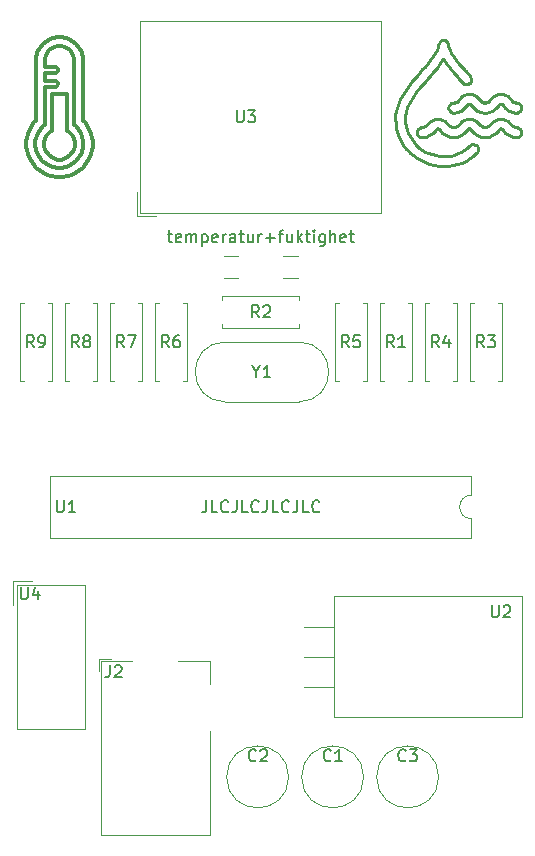
<source format=gto>
G04 #@! TF.GenerationSoftware,KiCad,Pcbnew,(5.1.5)-3*
G04 #@! TF.CreationDate,2020-01-03T21:25:54+01:00*
G04 #@! TF.ProjectId,DHT_Disp_1,4448545f-4469-4737-905f-312e6b696361,rev?*
G04 #@! TF.SameCoordinates,Original*
G04 #@! TF.FileFunction,Legend,Top*
G04 #@! TF.FilePolarity,Positive*
%FSLAX46Y46*%
G04 Gerber Fmt 4.6, Leading zero omitted, Abs format (unit mm)*
G04 Created by KiCad (PCBNEW (5.1.5)-3) date 2020-01-03 21:25:54*
%MOMM*%
%LPD*%
G04 APERTURE LIST*
%ADD10C,0.150000*%
%ADD11C,0.225000*%
%ADD12C,0.312500*%
%ADD13C,0.120000*%
G04 APERTURE END LIST*
D10*
X132540952Y-109942380D02*
X132540952Y-110656666D01*
X132493333Y-110799523D01*
X132398095Y-110894761D01*
X132255238Y-110942380D01*
X132160000Y-110942380D01*
X133493333Y-110942380D02*
X133017142Y-110942380D01*
X133017142Y-109942380D01*
X134398095Y-110847142D02*
X134350476Y-110894761D01*
X134207619Y-110942380D01*
X134112380Y-110942380D01*
X133969523Y-110894761D01*
X133874285Y-110799523D01*
X133826666Y-110704285D01*
X133779047Y-110513809D01*
X133779047Y-110370952D01*
X133826666Y-110180476D01*
X133874285Y-110085238D01*
X133969523Y-109990000D01*
X134112380Y-109942380D01*
X134207619Y-109942380D01*
X134350476Y-109990000D01*
X134398095Y-110037619D01*
X135112380Y-109942380D02*
X135112380Y-110656666D01*
X135064761Y-110799523D01*
X134969523Y-110894761D01*
X134826666Y-110942380D01*
X134731428Y-110942380D01*
X136064761Y-110942380D02*
X135588571Y-110942380D01*
X135588571Y-109942380D01*
X136969523Y-110847142D02*
X136921904Y-110894761D01*
X136779047Y-110942380D01*
X136683809Y-110942380D01*
X136540952Y-110894761D01*
X136445714Y-110799523D01*
X136398095Y-110704285D01*
X136350476Y-110513809D01*
X136350476Y-110370952D01*
X136398095Y-110180476D01*
X136445714Y-110085238D01*
X136540952Y-109990000D01*
X136683809Y-109942380D01*
X136779047Y-109942380D01*
X136921904Y-109990000D01*
X136969523Y-110037619D01*
X137683809Y-109942380D02*
X137683809Y-110656666D01*
X137636190Y-110799523D01*
X137540952Y-110894761D01*
X137398095Y-110942380D01*
X137302857Y-110942380D01*
X138636190Y-110942380D02*
X138160000Y-110942380D01*
X138160000Y-109942380D01*
X139540952Y-110847142D02*
X139493333Y-110894761D01*
X139350476Y-110942380D01*
X139255238Y-110942380D01*
X139112380Y-110894761D01*
X139017142Y-110799523D01*
X138969523Y-110704285D01*
X138921904Y-110513809D01*
X138921904Y-110370952D01*
X138969523Y-110180476D01*
X139017142Y-110085238D01*
X139112380Y-109990000D01*
X139255238Y-109942380D01*
X139350476Y-109942380D01*
X139493333Y-109990000D01*
X139540952Y-110037619D01*
X140255238Y-109942380D02*
X140255238Y-110656666D01*
X140207619Y-110799523D01*
X140112380Y-110894761D01*
X139969523Y-110942380D01*
X139874285Y-110942380D01*
X141207619Y-110942380D02*
X140731428Y-110942380D01*
X140731428Y-109942380D01*
X142112380Y-110847142D02*
X142064761Y-110894761D01*
X141921904Y-110942380D01*
X141826666Y-110942380D01*
X141683809Y-110894761D01*
X141588571Y-110799523D01*
X141540952Y-110704285D01*
X141493333Y-110513809D01*
X141493333Y-110370952D01*
X141540952Y-110180476D01*
X141588571Y-110085238D01*
X141683809Y-109990000D01*
X141826666Y-109942380D01*
X141921904Y-109942380D01*
X142064761Y-109990000D01*
X142112380Y-110037619D01*
X129279047Y-87415714D02*
X129660000Y-87415714D01*
X129421904Y-87082380D02*
X129421904Y-87939523D01*
X129469523Y-88034761D01*
X129564761Y-88082380D01*
X129660000Y-88082380D01*
X130374285Y-88034761D02*
X130279047Y-88082380D01*
X130088571Y-88082380D01*
X129993333Y-88034761D01*
X129945714Y-87939523D01*
X129945714Y-87558571D01*
X129993333Y-87463333D01*
X130088571Y-87415714D01*
X130279047Y-87415714D01*
X130374285Y-87463333D01*
X130421904Y-87558571D01*
X130421904Y-87653809D01*
X129945714Y-87749047D01*
X130850476Y-88082380D02*
X130850476Y-87415714D01*
X130850476Y-87510952D02*
X130898095Y-87463333D01*
X130993333Y-87415714D01*
X131136190Y-87415714D01*
X131231428Y-87463333D01*
X131279047Y-87558571D01*
X131279047Y-88082380D01*
X131279047Y-87558571D02*
X131326666Y-87463333D01*
X131421904Y-87415714D01*
X131564761Y-87415714D01*
X131660000Y-87463333D01*
X131707619Y-87558571D01*
X131707619Y-88082380D01*
X132183809Y-87415714D02*
X132183809Y-88415714D01*
X132183809Y-87463333D02*
X132279047Y-87415714D01*
X132469523Y-87415714D01*
X132564761Y-87463333D01*
X132612380Y-87510952D01*
X132660000Y-87606190D01*
X132660000Y-87891904D01*
X132612380Y-87987142D01*
X132564761Y-88034761D01*
X132469523Y-88082380D01*
X132279047Y-88082380D01*
X132183809Y-88034761D01*
X133469523Y-88034761D02*
X133374285Y-88082380D01*
X133183809Y-88082380D01*
X133088571Y-88034761D01*
X133040952Y-87939523D01*
X133040952Y-87558571D01*
X133088571Y-87463333D01*
X133183809Y-87415714D01*
X133374285Y-87415714D01*
X133469523Y-87463333D01*
X133517142Y-87558571D01*
X133517142Y-87653809D01*
X133040952Y-87749047D01*
X133945714Y-88082380D02*
X133945714Y-87415714D01*
X133945714Y-87606190D02*
X133993333Y-87510952D01*
X134040952Y-87463333D01*
X134136190Y-87415714D01*
X134231428Y-87415714D01*
X134993333Y-88082380D02*
X134993333Y-87558571D01*
X134945714Y-87463333D01*
X134850476Y-87415714D01*
X134660000Y-87415714D01*
X134564761Y-87463333D01*
X134993333Y-88034761D02*
X134898095Y-88082380D01*
X134660000Y-88082380D01*
X134564761Y-88034761D01*
X134517142Y-87939523D01*
X134517142Y-87844285D01*
X134564761Y-87749047D01*
X134660000Y-87701428D01*
X134898095Y-87701428D01*
X134993333Y-87653809D01*
X135326666Y-87415714D02*
X135707619Y-87415714D01*
X135469523Y-87082380D02*
X135469523Y-87939523D01*
X135517142Y-88034761D01*
X135612380Y-88082380D01*
X135707619Y-88082380D01*
X136469523Y-87415714D02*
X136469523Y-88082380D01*
X136040952Y-87415714D02*
X136040952Y-87939523D01*
X136088571Y-88034761D01*
X136183809Y-88082380D01*
X136326666Y-88082380D01*
X136421904Y-88034761D01*
X136469523Y-87987142D01*
X136945714Y-88082380D02*
X136945714Y-87415714D01*
X136945714Y-87606190D02*
X136993333Y-87510952D01*
X137040952Y-87463333D01*
X137136190Y-87415714D01*
X137231428Y-87415714D01*
X137564761Y-87701428D02*
X138326666Y-87701428D01*
X137945714Y-88082380D02*
X137945714Y-87320476D01*
X138660000Y-87415714D02*
X139040952Y-87415714D01*
X138802857Y-88082380D02*
X138802857Y-87225238D01*
X138850476Y-87130000D01*
X138945714Y-87082380D01*
X139040952Y-87082380D01*
X139802857Y-87415714D02*
X139802857Y-88082380D01*
X139374285Y-87415714D02*
X139374285Y-87939523D01*
X139421904Y-88034761D01*
X139517142Y-88082380D01*
X139660000Y-88082380D01*
X139755238Y-88034761D01*
X139802857Y-87987142D01*
X140279047Y-88082380D02*
X140279047Y-87082380D01*
X140374285Y-87701428D02*
X140660000Y-88082380D01*
X140660000Y-87415714D02*
X140279047Y-87796666D01*
X140945714Y-87415714D02*
X141326666Y-87415714D01*
X141088571Y-87082380D02*
X141088571Y-87939523D01*
X141136190Y-88034761D01*
X141231428Y-88082380D01*
X141326666Y-88082380D01*
X141660000Y-88082380D02*
X141660000Y-87415714D01*
X141660000Y-87082380D02*
X141612380Y-87130000D01*
X141660000Y-87177619D01*
X141707619Y-87130000D01*
X141660000Y-87082380D01*
X141660000Y-87177619D01*
X142564761Y-87415714D02*
X142564761Y-88225238D01*
X142517142Y-88320476D01*
X142469523Y-88368095D01*
X142374285Y-88415714D01*
X142231428Y-88415714D01*
X142136190Y-88368095D01*
X142564761Y-88034761D02*
X142469523Y-88082380D01*
X142279047Y-88082380D01*
X142183809Y-88034761D01*
X142136190Y-87987142D01*
X142088571Y-87891904D01*
X142088571Y-87606190D01*
X142136190Y-87510952D01*
X142183809Y-87463333D01*
X142279047Y-87415714D01*
X142469523Y-87415714D01*
X142564761Y-87463333D01*
X143040952Y-88082380D02*
X143040952Y-87082380D01*
X143469523Y-88082380D02*
X143469523Y-87558571D01*
X143421904Y-87463333D01*
X143326666Y-87415714D01*
X143183809Y-87415714D01*
X143088571Y-87463333D01*
X143040952Y-87510952D01*
X144326666Y-88034761D02*
X144231428Y-88082380D01*
X144040952Y-88082380D01*
X143945714Y-88034761D01*
X143898095Y-87939523D01*
X143898095Y-87558571D01*
X143945714Y-87463333D01*
X144040952Y-87415714D01*
X144231428Y-87415714D01*
X144326666Y-87463333D01*
X144374285Y-87558571D01*
X144374285Y-87653809D01*
X143898095Y-87749047D01*
X144660000Y-87415714D02*
X145040952Y-87415714D01*
X144802857Y-87082380D02*
X144802857Y-87939523D01*
X144850476Y-88034761D01*
X144945714Y-88082380D01*
X145040952Y-88082380D01*
D11*
X154063438Y-75862610D02*
X154063438Y-75862610D01*
X154745728Y-75526115D02*
X154587133Y-75548570D01*
X154389778Y-75614165D02*
X154213018Y-75719795D01*
X154851448Y-75526115D02*
X154798633Y-75526115D01*
X154096318Y-75823145D02*
X154063438Y-75862610D01*
X154213018Y-75719795D02*
X154096318Y-75823145D01*
X154587133Y-75548570D02*
X154389778Y-75614165D01*
X154798633Y-75526115D02*
X154745728Y-75526115D01*
X153782998Y-77064530D02*
X154095913Y-76930400D01*
X154707898Y-76390940D02*
X154743042Y-76369295D01*
X154703008Y-76396790D02*
X154707898Y-76390940D01*
X154889293Y-76391030D02*
X154894257Y-76396880D01*
X153170608Y-76398080D02*
X153081343Y-76530500D01*
X153899938Y-76038065D02*
X153742228Y-76167875D01*
X154963258Y-76479485D02*
X155194288Y-76707665D01*
X158960818Y-78392150D02*
X158839153Y-78359436D01*
X159215293Y-78735500D02*
X159182503Y-78613835D01*
X154798633Y-76359440D02*
X154812463Y-76359440D01*
X154784713Y-76359440D02*
X154798633Y-76359440D01*
X154095913Y-76930400D02*
X154402873Y-76707590D01*
X153465298Y-77109440D02*
X153544738Y-77109440D01*
X153170608Y-76987385D02*
X153303028Y-77076650D01*
X159093238Y-78481415D02*
X158960818Y-78392150D01*
X153048628Y-76692770D02*
X153048628Y-76733300D01*
X153048628Y-76652165D02*
X153048628Y-76692770D01*
X154025023Y-75908510D02*
X153899938Y-76038065D01*
X159093238Y-79070705D02*
X159182503Y-78938300D01*
X159182503Y-78613835D02*
X159093238Y-78481415D01*
X156449668Y-77064530D02*
X156762583Y-76930400D01*
X156211393Y-77109440D02*
X156449668Y-77064530D01*
X156131968Y-77109440D02*
X156211393Y-77109440D01*
X155814162Y-77064530D02*
X156052468Y-77109440D01*
X154633918Y-76479485D02*
X154703008Y-76396790D01*
X153081343Y-76854965D02*
X153170608Y-76987385D01*
X153424693Y-76276115D02*
X153303028Y-76308815D01*
X155501278Y-76930400D02*
X155814162Y-77064530D01*
X154063438Y-75862610D02*
X154025023Y-75908510D01*
X154894257Y-76396880D02*
X154963258Y-76479485D01*
X154812463Y-76359440D02*
X154854133Y-76369385D01*
X153424693Y-77109440D02*
X153465298Y-77109440D01*
X153048628Y-76733300D02*
X153081343Y-76854965D01*
X154743042Y-76369295D02*
X154784713Y-76359440D01*
X154402873Y-76707590D02*
X154633918Y-76479485D01*
X153544738Y-77109440D02*
X153782998Y-77064530D01*
X153303028Y-77076650D02*
X153424693Y-77109440D01*
X159215293Y-78816635D02*
X159215293Y-78776105D01*
X153081343Y-76530500D02*
X153048628Y-76652165D01*
X153742228Y-76167875D02*
X153595588Y-76248440D01*
X153303028Y-76308815D02*
X153170608Y-76398080D01*
X153465298Y-76276115D02*
X153424693Y-76276115D01*
X153497863Y-76276115D02*
X153465298Y-76276115D01*
X158839153Y-78359436D02*
X158798623Y-78359436D01*
X159215293Y-78776105D02*
X159215293Y-78735500D01*
X159182503Y-78938300D02*
X159215293Y-78816635D01*
X158798623Y-78359436D02*
X158798623Y-78359436D01*
X153595588Y-76248440D02*
X153497863Y-76276115D01*
X156052468Y-77109440D02*
X156131968Y-77109440D01*
X158960818Y-79159985D02*
X159093238Y-79070705D01*
X155194288Y-76707665D02*
X155501278Y-76930400D01*
X154854133Y-76369385D02*
X154889293Y-76391030D01*
X154963258Y-78562820D02*
X155194288Y-78791000D01*
X157629913Y-78562820D02*
X157860958Y-78791000D01*
X152118043Y-78442775D02*
X152131963Y-78442775D01*
X155814162Y-79147865D02*
X156052468Y-79192775D01*
X157374568Y-78474275D02*
X157409713Y-78452630D01*
X157300588Y-78562820D02*
X157369663Y-78480125D01*
X156449668Y-79147865D02*
X156762583Y-79013735D01*
X155194288Y-78791000D02*
X155501278Y-79013735D01*
X152036338Y-78480125D02*
X152041227Y-78474275D01*
X154743042Y-78452630D02*
X154784713Y-78442775D01*
X153385798Y-79192775D02*
X153465298Y-79192775D01*
X153147508Y-79147865D02*
X153385798Y-79192775D01*
X154894257Y-78480215D02*
X154963258Y-78562820D01*
X154633918Y-78562820D02*
X154703008Y-78480125D01*
X152145793Y-78442775D02*
X152187463Y-78452720D01*
X151429258Y-79013735D02*
X151736218Y-78790925D01*
X157451383Y-78442775D02*
X157465288Y-78442775D01*
X157560913Y-78480215D02*
X157629913Y-78562820D01*
X150636358Y-79159985D02*
X150758023Y-79192775D01*
X152296588Y-78562820D02*
X152527633Y-78791000D01*
X155501278Y-79013735D02*
X155814162Y-79147865D01*
X153544738Y-79192775D02*
X153782998Y-79147865D01*
X158839153Y-79192775D02*
X158960818Y-79159985D01*
X158798623Y-79192775D02*
X158839153Y-79192775D01*
X158719123Y-79192775D02*
X158798623Y-79192775D01*
X151736218Y-78790925D02*
X151967248Y-78562820D01*
X152041227Y-78474275D02*
X152076373Y-78452630D01*
X151116343Y-79147865D02*
X151429258Y-79013735D01*
X158480833Y-79147865D02*
X158719123Y-79192775D01*
X154707898Y-78474275D02*
X154743042Y-78452630D01*
X157860958Y-78791000D02*
X158167933Y-79013735D01*
X154703008Y-78480125D02*
X154707898Y-78474275D01*
X152222622Y-78474365D02*
X152227588Y-78480215D01*
X150798628Y-79192775D02*
X150878068Y-79192775D01*
X157555963Y-78474365D02*
X157560913Y-78480215D01*
X152187463Y-78452720D02*
X152222622Y-78474365D01*
X157520788Y-78452720D02*
X157555963Y-78474365D01*
X157465288Y-78442775D02*
X157479133Y-78442775D01*
X156131968Y-79192775D02*
X156211393Y-79192775D01*
X152131963Y-78442775D02*
X152145793Y-78442775D01*
X157369663Y-78480125D02*
X157374568Y-78474275D01*
X156762583Y-79013735D02*
X157069543Y-78790925D01*
X156211393Y-79192775D02*
X156449668Y-79147865D01*
X154812463Y-78442775D02*
X154854133Y-78452720D01*
X151967248Y-78562820D02*
X152036338Y-78480125D01*
X156052468Y-79192775D02*
X156131968Y-79192775D01*
X154854133Y-78452720D02*
X154889293Y-78474365D01*
X152227588Y-78480215D02*
X152296588Y-78562820D01*
X154784713Y-78442775D02*
X154798633Y-78442775D01*
X150758023Y-79192775D02*
X150798628Y-79192775D01*
X157069543Y-78790925D02*
X157300588Y-78562820D01*
X154889293Y-78474365D02*
X154894257Y-78480215D01*
X154402873Y-78790925D02*
X154633918Y-78562820D01*
X154798633Y-78442775D02*
X154812463Y-78442775D01*
X154095913Y-79013735D02*
X154402873Y-78790925D01*
X152076373Y-78452630D02*
X152118043Y-78442775D01*
X157479133Y-78442775D02*
X157520788Y-78452720D01*
X153782998Y-79147865D02*
X154095913Y-79013735D01*
X157409713Y-78452630D02*
X157451383Y-78442775D01*
X152527633Y-78791000D02*
X152834608Y-79013735D01*
X152834608Y-79013735D02*
X153147508Y-79147865D01*
X153465298Y-79192775D02*
X153544738Y-79192775D01*
X150878068Y-79192775D02*
X151116343Y-79147865D01*
X158167933Y-79013735D02*
X158480833Y-79147865D01*
X151233268Y-78121401D02*
X151075573Y-78251210D01*
X154798633Y-77609436D02*
X154745728Y-77609436D01*
X155207398Y-77697501D02*
X155010043Y-77631906D01*
X156566608Y-78121401D02*
X156408897Y-78251210D01*
X156164518Y-78359436D02*
X156131968Y-78359436D01*
X152540728Y-77697501D02*
X152343373Y-77631906D01*
X153334918Y-78331776D02*
X153188278Y-78251210D01*
X150503953Y-79070705D02*
X150636358Y-79159985D01*
X150414673Y-78938300D02*
X150503953Y-79070705D01*
X150381958Y-78735500D02*
X150381958Y-78776105D01*
X150414673Y-78613835D02*
X150381958Y-78735500D01*
X150503953Y-78481415D02*
X150414673Y-78613835D01*
X150636358Y-78392150D02*
X150503953Y-78481415D01*
X151075573Y-78251210D02*
X150928918Y-78331776D01*
X151396768Y-77945945D02*
X151358353Y-77991830D01*
X151723108Y-77697501D02*
X151546363Y-77803130D01*
X152131963Y-77609436D02*
X152079057Y-77609436D01*
X152184778Y-77609436D02*
X152131963Y-77609436D01*
X155533813Y-77945945D02*
X155500858Y-77906480D01*
X154096318Y-77906480D02*
X154063438Y-77945945D01*
X155384143Y-77803130D02*
X155207398Y-77697501D01*
X155697238Y-78121401D02*
X155572152Y-77991830D01*
X156691693Y-77991830D02*
X156566608Y-78121401D01*
X153432673Y-78359436D02*
X153334918Y-78331776D01*
X150831193Y-78359436D02*
X150798628Y-78359436D01*
X150928918Y-78331776D02*
X150831193Y-78359436D01*
X154025023Y-77991830D02*
X153899938Y-78121401D01*
X154851448Y-77609436D02*
X154798633Y-77609436D01*
X156262258Y-78331776D02*
X156164518Y-78359436D01*
X153899938Y-78121401D02*
X153742228Y-78251210D01*
X151920463Y-77631906D02*
X151723108Y-77697501D01*
X152834188Y-77906480D02*
X152717488Y-77803130D01*
X155500858Y-77906480D02*
X155384143Y-77803130D01*
X156730108Y-77945945D02*
X156691693Y-77991830D01*
X151429648Y-77906480D02*
X151396768Y-77945945D01*
X153465298Y-78359436D02*
X153432673Y-78359436D01*
X152079057Y-77609436D02*
X151920463Y-77631906D01*
X153497863Y-78359436D02*
X153465298Y-78359436D01*
X152343373Y-77631906D02*
X152184778Y-77609436D01*
X153188278Y-78251210D02*
X153030568Y-78121401D01*
X153595588Y-78331776D02*
X153497863Y-78359436D01*
X154745728Y-77609436D02*
X154587133Y-77631906D01*
X155010043Y-77631906D02*
X154851448Y-77609436D01*
X156131968Y-78359436D02*
X156099343Y-78359436D01*
X156408897Y-78251210D02*
X156262258Y-78331776D01*
X154063438Y-77945945D02*
X154025023Y-77991830D01*
X154213018Y-77803130D02*
X154096318Y-77906480D01*
X154389778Y-77697501D02*
X154213018Y-77803130D01*
X155572152Y-77991830D02*
X155533813Y-77945945D01*
X155854947Y-78251210D02*
X155697238Y-78121401D01*
X156001588Y-78331776D02*
X155854947Y-78251210D01*
X153742228Y-78251210D02*
X153595588Y-78331776D01*
X152867143Y-77945945D02*
X152834188Y-77906480D01*
X150381958Y-78816635D02*
X150414673Y-78938300D01*
X151358353Y-77991830D02*
X151233268Y-78121401D01*
X151546363Y-77803130D02*
X151429648Y-77906480D01*
X152905483Y-77991830D02*
X152867143Y-77945945D01*
X152717488Y-77803130D02*
X152540728Y-77697501D01*
X153030568Y-78121401D02*
X152905483Y-77991830D01*
X154587133Y-77631906D02*
X154389778Y-77697501D01*
X156099343Y-78359436D02*
X156001588Y-78331776D01*
X150381958Y-78776105D02*
X150381958Y-78816635D01*
X150758023Y-78359436D02*
X150636358Y-78392150D01*
X150798628Y-78359436D02*
X150758023Y-78359436D01*
X151355353Y-80544338D02*
X151651903Y-80652410D01*
X158363893Y-78121401D02*
X158238823Y-77991830D01*
X158521603Y-78251210D02*
X158363893Y-78121401D01*
X152281378Y-80780339D02*
X152528698Y-80796941D01*
X158765998Y-78359436D02*
X158668258Y-78331776D01*
X154389043Y-80281399D02*
X154638958Y-80100815D01*
X152931913Y-80781967D02*
X153245248Y-80737780D01*
X153842488Y-80564113D02*
X154123003Y-80436022D01*
X151651903Y-80652410D02*
X151961143Y-80731594D01*
X149772262Y-79116605D02*
X149934125Y-79381085D01*
X149429651Y-77060615D02*
X149381962Y-77372885D01*
X149563438Y-76635320D02*
X149429651Y-77060615D01*
X158798623Y-78359436D02*
X158765998Y-78359436D01*
X149447635Y-78234366D02*
X149527307Y-78541565D01*
X151390918Y-74076005D02*
X151301488Y-74178605D01*
X151073128Y-80409083D02*
X151355353Y-80544338D01*
X154815718Y-79949285D02*
X154871067Y-79895165D01*
X155431918Y-79872215D02*
X155460343Y-79901195D01*
X155323378Y-79808180D02*
X155431918Y-79872215D01*
X150341428Y-75338136D02*
X150033247Y-75770900D01*
X151961143Y-80731594D02*
X152281378Y-80780339D01*
X149381962Y-77476970D02*
X149381962Y-77588615D01*
X158200483Y-77945945D02*
X158167528Y-77906480D01*
X156762988Y-77906480D02*
X156730108Y-77945945D01*
X157518103Y-77609436D02*
X157465288Y-77609436D01*
X156879687Y-77803130D02*
X156762988Y-77906480D01*
X157056448Y-77697501D02*
X156879687Y-77803130D01*
X157253788Y-77631906D02*
X157056448Y-77697501D01*
X157412398Y-77609436D02*
X157253788Y-77631906D01*
X149636111Y-78836165D02*
X149772262Y-79116605D01*
X157465288Y-77609436D02*
X157412398Y-77609436D01*
X149527307Y-78541565D02*
X149636111Y-78836165D01*
X151034233Y-74487456D02*
X150679738Y-74909165D01*
X157874068Y-77697501D02*
X157676713Y-77631906D01*
X158050813Y-77803130D02*
X157874068Y-77697501D01*
X151301488Y-74178605D02*
X151034233Y-74487456D01*
X158167528Y-77906480D02*
X158050813Y-77803130D01*
X158668258Y-78331776D02*
X158521603Y-78251210D01*
X152611123Y-80796941D02*
X152691298Y-80796941D01*
X155460343Y-79901195D02*
X155460343Y-79901195D01*
X155166883Y-79776110D02*
X155323378Y-79808180D01*
X155009818Y-79805000D02*
X155166883Y-79776110D01*
X154871067Y-79895165D02*
X154899943Y-79866770D01*
X150328813Y-79856105D02*
X150558223Y-80063375D01*
X153245248Y-80737780D02*
X153549358Y-80664945D01*
X152528698Y-80796941D02*
X152611123Y-80796941D01*
X152691298Y-80796941D02*
X152931913Y-80781967D01*
X150679738Y-74909165D02*
X150341428Y-75338136D01*
X150558223Y-80063375D02*
X150806863Y-80248196D01*
X149934125Y-79381085D02*
X150120237Y-79628165D01*
X153549358Y-80664945D02*
X153842488Y-80564113D01*
X150806863Y-80248196D02*
X151073128Y-80409083D01*
X149398645Y-77916170D02*
X149447635Y-78234366D01*
X154123003Y-80436022D02*
X154389043Y-80281399D01*
X150120237Y-79628165D02*
X150328813Y-79856105D01*
X149381962Y-77670485D02*
X149398645Y-77916170D01*
X154899943Y-79866770D02*
X155009818Y-79805000D01*
X149381962Y-77588615D02*
X149381962Y-77670485D01*
X154638958Y-80100815D02*
X154815718Y-79949285D01*
X150033247Y-75770900D02*
X149769248Y-76204340D01*
X149769248Y-76204340D02*
X149563438Y-76635320D01*
X158238823Y-77991830D02*
X158200483Y-77945945D01*
X149381962Y-77372885D02*
X149381962Y-77476970D01*
X157676713Y-77631906D02*
X157518103Y-77609436D01*
X151283338Y-72923090D02*
X151525018Y-72627020D01*
X152161753Y-71584460D02*
X152194467Y-71431295D01*
X154934863Y-74481665D02*
X154864213Y-74585915D01*
X152069713Y-71815415D02*
X152161753Y-71584460D01*
X154272253Y-74599760D02*
X154245808Y-74569070D01*
X153060838Y-71595605D02*
X153154258Y-71835365D01*
X152651653Y-70963610D02*
X152773318Y-70996310D01*
X151477588Y-73976465D02*
X151390918Y-74076005D01*
X152544643Y-72649880D02*
X152352582Y-72918860D01*
X152860573Y-72930905D02*
X152664027Y-72653060D01*
X153886273Y-74157216D02*
X153854128Y-74120675D01*
X154213258Y-74531315D02*
X153886273Y-74157216D01*
X154689343Y-74693585D02*
X154530733Y-74712470D01*
X154802773Y-74638895D02*
X154689343Y-74693585D01*
X154903273Y-74055485D02*
X154957963Y-74168915D01*
X154512418Y-73607316D02*
X154843633Y-73986320D01*
X154212523Y-73265210D02*
X154412968Y-73494215D01*
X151525018Y-72627020D02*
X151742487Y-72340880D01*
X150828643Y-73452770D02*
X151026253Y-73225010D01*
X150369508Y-73982316D02*
X150664018Y-73641665D01*
X153486133Y-72372635D02*
X153706753Y-72662420D01*
X152060503Y-73291730D02*
X151736773Y-73676990D01*
X153299038Y-72095615D02*
X153486133Y-72372635D01*
X152611123Y-70963610D02*
X152651653Y-70963610D01*
X152352582Y-72918860D02*
X152060503Y-73291730D01*
X152664027Y-72653060D02*
X152603878Y-72557195D01*
X153161248Y-73314845D02*
X152860573Y-72930905D01*
X152194467Y-71380280D02*
X152194467Y-71339675D01*
X154976863Y-74327540D02*
X154934863Y-74481665D01*
X152194467Y-71339675D02*
X152227168Y-71218010D01*
X153951853Y-72961250D02*
X154212523Y-73265210D01*
X151926958Y-72068915D02*
X152069713Y-71815415D01*
X153027793Y-71380280D02*
X153027793Y-71434070D01*
X153764218Y-74018375D02*
X153495733Y-73710755D01*
X154530733Y-74712470D02*
X154376503Y-74670486D01*
X152570518Y-70963610D02*
X152611123Y-70963610D01*
X154479943Y-73570460D02*
X154512418Y-73607316D01*
X152448853Y-70996310D02*
X152570518Y-70963610D01*
X153706753Y-72662420D02*
X153951853Y-72961250D01*
X150762643Y-73528550D02*
X150828643Y-73452770D01*
X152603878Y-72557195D02*
X152544643Y-72649880D01*
X153854128Y-74120675D02*
X153764218Y-74018375D01*
X154245808Y-74569070D02*
X154213258Y-74531315D01*
X154833538Y-74612465D02*
X154802773Y-74638895D01*
X154957963Y-74168915D02*
X154976863Y-74327540D01*
X152194467Y-71431295D02*
X152194467Y-71380280D01*
X151742487Y-72340880D02*
X151926958Y-72068915D01*
X154843633Y-73986320D02*
X154876843Y-74024795D01*
X152773318Y-70996310D02*
X152905738Y-71085590D01*
X153154258Y-71835365D02*
X153299038Y-72095615D01*
X152316433Y-71085590D02*
X152448853Y-70996310D01*
X152227168Y-71218010D02*
X152316433Y-71085590D01*
X153027793Y-71339675D02*
X153027793Y-71380280D01*
X154412968Y-73494215D02*
X154479943Y-73570460D01*
X153027793Y-71434070D02*
X153060838Y-71595605D01*
X150664018Y-73641665D02*
X150762643Y-73528550D01*
X152995003Y-71218010D02*
X153027793Y-71339675D01*
X152905738Y-71085590D02*
X152995003Y-71218010D01*
X151026253Y-73225010D02*
X151283338Y-72923090D01*
X151736773Y-73676990D02*
X151477588Y-73976465D01*
X153495733Y-73710755D02*
X153161248Y-73314845D01*
X154376503Y-74670486D02*
X154272253Y-74599760D01*
X154864213Y-74585915D02*
X154833538Y-74612465D01*
X154876843Y-74024795D02*
X154903273Y-74055485D01*
X158765998Y-76276115D02*
X158668258Y-76248440D01*
X156131968Y-76276115D02*
X156099343Y-76276115D01*
X157374568Y-76390940D02*
X157409713Y-76369295D01*
X158363893Y-76038065D02*
X158238823Y-75908510D01*
X157412398Y-75526115D02*
X157253788Y-75548570D01*
X157518103Y-75526115D02*
X157465288Y-75526115D01*
X158050813Y-75719795D02*
X157874068Y-75614165D01*
X158668258Y-76248440D02*
X158521603Y-76167875D01*
X157069543Y-76707590D02*
X157300588Y-76479485D01*
X159215293Y-76692770D02*
X159215293Y-76652165D01*
X158167933Y-76930400D02*
X158480833Y-77064530D01*
X157860958Y-76707665D02*
X158167933Y-76930400D01*
X156164518Y-76276115D02*
X156131968Y-76276115D01*
X159093238Y-76987385D02*
X159182503Y-76854965D01*
X157451383Y-76359440D02*
X157465288Y-76359440D01*
X158798623Y-76276115D02*
X158765998Y-76276115D01*
X157056448Y-75614165D02*
X156879687Y-75719795D01*
X156408897Y-76167875D02*
X156262258Y-76248440D01*
X156566608Y-76038065D02*
X156408897Y-76167875D01*
X157555963Y-76391030D02*
X157560913Y-76396880D01*
X158521603Y-76167875D02*
X158363893Y-76038065D01*
X158719123Y-77109440D02*
X158798623Y-77109440D01*
X155572152Y-75908510D02*
X155533813Y-75862610D01*
X155010043Y-75548570D02*
X154851448Y-75526115D01*
X155207398Y-75614165D02*
X155010043Y-75548570D01*
X155384143Y-75719795D02*
X155207398Y-75614165D01*
X157300588Y-76479485D02*
X157369663Y-76396790D01*
X155500858Y-75823145D02*
X155384143Y-75719795D01*
X155533813Y-75862610D02*
X155500858Y-75823145D01*
X159215293Y-76733300D02*
X159215293Y-76692770D01*
X155697238Y-76038065D02*
X155572152Y-75908510D01*
X159182503Y-76854965D02*
X159215293Y-76733300D01*
X157479133Y-76359440D02*
X157520788Y-76369385D01*
X156099343Y-76276115D02*
X156001588Y-76248440D01*
X156262258Y-76248440D02*
X156164518Y-76276115D01*
X157465288Y-76359440D02*
X157479133Y-76359440D01*
X156691693Y-75908510D02*
X156566608Y-76038065D01*
X156730108Y-75862610D02*
X156691693Y-75908510D01*
X158200483Y-75862610D02*
X158167528Y-75823145D01*
X157409713Y-76369295D02*
X157451383Y-76359440D01*
X156879687Y-75719795D02*
X156762988Y-75823145D01*
X157465288Y-75526115D02*
X157412398Y-75526115D01*
X157874068Y-75614165D02*
X157676713Y-75548570D01*
X159093238Y-76398080D02*
X158960818Y-76308815D01*
X156762583Y-76930400D02*
X157069543Y-76707590D01*
X158238823Y-75908510D02*
X158200483Y-75862610D01*
X158167528Y-75823145D02*
X158050813Y-75719795D01*
X157520788Y-76369385D02*
X157555963Y-76391030D01*
X158960818Y-76308815D02*
X158839153Y-76276115D01*
X159215293Y-76652165D02*
X159182503Y-76530500D01*
X157676713Y-75548570D02*
X157518103Y-75526115D01*
X158839153Y-76276115D02*
X158798623Y-76276115D01*
X158960818Y-77076650D02*
X159093238Y-76987385D01*
X159182503Y-76530500D02*
X159093238Y-76398080D01*
X158839153Y-77109440D02*
X158960818Y-77076650D01*
X157369663Y-76396790D02*
X157374568Y-76390940D01*
X156762988Y-75823145D02*
X156730108Y-75862610D01*
X158798623Y-77109440D02*
X158839153Y-77109440D01*
X157253788Y-75548570D02*
X157056448Y-75614165D01*
X157560913Y-76396880D02*
X157629913Y-76479485D01*
X157629913Y-76479485D02*
X157860958Y-76707665D01*
X155854947Y-76167875D02*
X155697238Y-76038065D01*
X158480833Y-77064530D02*
X158719123Y-77109440D01*
X156001588Y-76248440D02*
X155854947Y-76167875D01*
X149266481Y-75421460D02*
X149606000Y-74930000D01*
X148748579Y-76433585D02*
X148975467Y-75923000D01*
X152611123Y-81630275D02*
X152510128Y-81630275D01*
X151812073Y-81552964D02*
X151427383Y-81457750D01*
X148626671Y-78386300D02*
X148568240Y-77991695D01*
X154845913Y-80978500D02*
X154510633Y-81174059D01*
X155454313Y-80490383D02*
X155384398Y-80558824D01*
X155460343Y-79901195D02*
X155488648Y-79930086D01*
X148975467Y-75923000D02*
X149266481Y-75421460D01*
X148601118Y-76951955D02*
X148748579Y-76433585D01*
X148722944Y-78770165D02*
X148626671Y-78386300D01*
X150038374Y-80720687D02*
X149810915Y-80522609D01*
X155161168Y-80750392D02*
X154845913Y-80978500D01*
X153406858Y-81555487D02*
X153013543Y-81611395D01*
X152711712Y-81630275D02*
X152611123Y-81630275D01*
X155384398Y-80558824D02*
X155161168Y-80750392D01*
X148548628Y-77345690D02*
X148601118Y-76951955D01*
X148548628Y-77476970D02*
X148548628Y-77345690D01*
X149739709Y-80451971D02*
X149668256Y-80381090D01*
X152207398Y-81610744D02*
X151812073Y-81552964D01*
X149668256Y-80381090D02*
X149467979Y-80154608D01*
X148548628Y-77588615D02*
X148548628Y-77476970D01*
X148568240Y-77991695D02*
X148548628Y-77689356D01*
X153013543Y-81611395D02*
X152711712Y-81630275D01*
X148856081Y-79141175D02*
X148722944Y-78770165D01*
X149025272Y-79496990D02*
X148856081Y-79141175D01*
X149229536Y-79835510D02*
X149025272Y-79496990D01*
X149467979Y-80154608D02*
X149229536Y-79835510D01*
X149810915Y-80522609D02*
X149739709Y-80451971D01*
X155579308Y-80197007D02*
X155547162Y-80353418D01*
X151427383Y-81457750D02*
X151055383Y-81325994D01*
X152510128Y-81630275D02*
X152207398Y-81610744D01*
X150358768Y-80956610D02*
X150038374Y-80720687D01*
X155547162Y-80353418D02*
X155483187Y-80461982D01*
X150698443Y-81158677D02*
X150358768Y-80956610D01*
X153788938Y-81463364D02*
X153406858Y-81555487D01*
X155550343Y-80039870D02*
X155579308Y-80197007D01*
X154510633Y-81174059D02*
X154157593Y-81335923D01*
X148548628Y-77689356D02*
X148548628Y-77588615D01*
X155483187Y-80461982D02*
X155454313Y-80490383D01*
X154157593Y-81335923D02*
X153788938Y-81463364D01*
X151055383Y-81325994D02*
X150698443Y-81158677D01*
X149978884Y-74449941D02*
X150369508Y-73982316D01*
X155488648Y-79930086D02*
X155550343Y-80039870D01*
X149606000Y-74930000D02*
X149978884Y-74449941D01*
D12*
X122143900Y-72727075D02*
X122143900Y-72529050D01*
X122143900Y-77812000D02*
X122143900Y-72727075D01*
X121548475Y-71294775D02*
X120904200Y-70859400D01*
X122143900Y-72529050D02*
X121983850Y-71937700D01*
X121983850Y-71937700D02*
X121548475Y-71294775D01*
X120626175Y-80981753D02*
X121042575Y-80700993D01*
X121426400Y-79605075D02*
X121247350Y-79104575D01*
X120867599Y-78690900D02*
X120767225Y-78633950D01*
X120767225Y-78633950D02*
X120767225Y-78633950D01*
X121042575Y-80700993D02*
X121323325Y-80283250D01*
X121426400Y-79771900D02*
X121426400Y-79605075D01*
X121247350Y-79104575D02*
X120867599Y-78690900D01*
X121426400Y-79899400D02*
X121426400Y-79771900D01*
X121323325Y-80283250D02*
X121426400Y-79899400D01*
X118877850Y-72727075D02*
X118877850Y-72605025D01*
X120116175Y-81086195D02*
X120243675Y-81086195D01*
X119987325Y-81086195D02*
X120116175Y-81086195D01*
X118906325Y-80283250D02*
X119187075Y-80700993D01*
X120113475Y-81810475D02*
X120113475Y-81810475D01*
X118877850Y-72605025D02*
X118974125Y-72242875D01*
X119820475Y-73755200D02*
X120015800Y-73561250D01*
X120311500Y-81810475D02*
X120113475Y-81810475D01*
X120992350Y-71846825D02*
X121256874Y-72242875D01*
X120015800Y-73561250D02*
X120015800Y-73497500D01*
X118877850Y-74396725D02*
X118877850Y-73755200D01*
X119800150Y-74929776D02*
X119938500Y-74849750D01*
X121354525Y-72605025D02*
X121354525Y-72727075D01*
X119631975Y-71579600D02*
X119994100Y-71481975D01*
X122147975Y-79771900D02*
X122147975Y-79969925D01*
X120905550Y-81649073D02*
X120311500Y-81810475D01*
X121256874Y-72242875D02*
X121354525Y-72605025D01*
X119604825Y-80981753D02*
X119987325Y-81086195D01*
X119994100Y-71481975D02*
X120116175Y-71481975D01*
X119800150Y-74396725D02*
X119755375Y-74396725D01*
X119187075Y-80700993D02*
X119604825Y-80981753D01*
X120015800Y-74662600D02*
X120015800Y-74615100D01*
X120116175Y-71481975D02*
X120236900Y-71481975D01*
X118877850Y-73241150D02*
X118877850Y-72727075D01*
X118076250Y-79771900D02*
X118076250Y-79542675D01*
X118804625Y-79899400D02*
X118906325Y-80283250D01*
X118804625Y-79771900D02*
X118804625Y-79899400D01*
X119755375Y-74929776D02*
X119800150Y-74929776D01*
X118076250Y-79542675D02*
X118290550Y-78855025D01*
X119465150Y-75552351D02*
X119465150Y-78633950D01*
X120767225Y-78633950D02*
X120767225Y-75552351D01*
X119755375Y-73241150D02*
X118877850Y-73241150D01*
X122147975Y-79969925D02*
X121987925Y-80564003D01*
X120015800Y-73432400D02*
X119820475Y-73241150D01*
X122147975Y-79544050D02*
X122147975Y-79771900D01*
X119755375Y-73755200D02*
X119820475Y-73755200D01*
X119755375Y-74396725D02*
X118877850Y-74396725D01*
X121477950Y-78255525D02*
X121936400Y-78861800D01*
X120236900Y-71481975D02*
X120599024Y-71579600D01*
X119238650Y-71846825D02*
X119631975Y-71579600D01*
X118290550Y-78855025D02*
X118753050Y-78246025D01*
X118753050Y-78246025D02*
X118877850Y-78153775D01*
X118877850Y-78153775D02*
X118877850Y-74929776D01*
X119820475Y-73241150D02*
X119755375Y-73241150D01*
X118804625Y-79605075D02*
X118804625Y-79771900D01*
X118877850Y-74929776D02*
X119755375Y-74929776D01*
X121354525Y-78161950D02*
X121477950Y-78255525D01*
X119363400Y-78690900D02*
X118982300Y-79104575D01*
X120599024Y-71579600D02*
X120992350Y-71846825D01*
X120015800Y-74708700D02*
X120015800Y-74662600D01*
X118982300Y-79104575D02*
X118804625Y-79605075D01*
X120015800Y-73497500D02*
X120015800Y-73432400D01*
X120767225Y-75552351D02*
X119465150Y-75552351D01*
X120015800Y-74615100D02*
X119938500Y-74475401D01*
X118974125Y-72242875D02*
X119238650Y-71846825D01*
X119938500Y-74475401D02*
X119800150Y-74396725D01*
X119465150Y-78633950D02*
X119363400Y-78690900D01*
X121936400Y-78861800D02*
X122147975Y-79544050D01*
X119938500Y-74849750D02*
X120015800Y-74708700D01*
X121551175Y-81212333D02*
X120905550Y-81649073D01*
X121987925Y-80564003D02*
X121551175Y-81212333D01*
X118877850Y-73755200D02*
X119755375Y-73755200D01*
X120243675Y-81086195D02*
X120626175Y-80981753D01*
X121354525Y-72727075D02*
X121354525Y-78161950D01*
X120114825Y-82590370D02*
X120388825Y-82590370D01*
X119839475Y-82590370D02*
X120114825Y-82590370D01*
X117295000Y-80044525D02*
X117516074Y-80866466D01*
X117295000Y-79502000D02*
X117295000Y-79770550D01*
X118088474Y-72727075D02*
X118088474Y-77812000D01*
X118247150Y-71937700D02*
X118088474Y-72529050D01*
X117963675Y-77938125D02*
X117505225Y-78696300D01*
X120904200Y-70859400D02*
X120312850Y-70700725D01*
X120113475Y-81810475D02*
X119915450Y-81810475D01*
X122724400Y-78696300D02*
X122267325Y-77938125D01*
X122936000Y-79770550D02*
X122936000Y-79502000D01*
X120388825Y-82590370D02*
X121210725Y-82367930D01*
X118121000Y-81763003D02*
X119017525Y-82367930D01*
X117295000Y-79770550D02*
X117295000Y-80044525D01*
X120116175Y-70700725D02*
X119918150Y-70700725D01*
X122107300Y-81763003D02*
X122713575Y-80866466D01*
X121210725Y-82367930D02*
X122107300Y-81763003D01*
X117516074Y-80866466D02*
X118121000Y-81763003D01*
X118088474Y-77812000D02*
X117963675Y-77938125D01*
X117505225Y-78696300D02*
X117295000Y-79502000D01*
X118088474Y-72529050D02*
X118088474Y-72727075D01*
X119017525Y-82367930D02*
X119839475Y-82590370D01*
X122267325Y-77938125D02*
X122143900Y-77812000D01*
X118682525Y-71294775D02*
X118247150Y-71937700D01*
X122936000Y-80044525D02*
X122936000Y-79770550D01*
X119326800Y-70859400D02*
X118682525Y-71294775D01*
X122713575Y-80866466D02*
X122936000Y-80044525D01*
X119918150Y-70700725D02*
X119326800Y-70859400D01*
X118076250Y-79969925D02*
X118076250Y-79771900D01*
X118236274Y-80564003D02*
X118076250Y-79969925D01*
X122143900Y-77812000D02*
X122143900Y-77812000D01*
X118673050Y-81212333D02*
X118236274Y-80564003D01*
X119321350Y-81649073D02*
X118673050Y-81212333D01*
X119915450Y-81810475D02*
X119321350Y-81649073D01*
X120312850Y-70700725D02*
X120116175Y-70700725D01*
X122936000Y-79502000D02*
X122724400Y-78696300D01*
D13*
X134135000Y-96535000D02*
G75*
G03X134135000Y-101585000I0J-2525000D01*
G01*
X140385000Y-96535000D02*
G75*
G02X140385000Y-101585000I0J-2525000D01*
G01*
X140385000Y-96535000D02*
X134135000Y-96535000D01*
X140385000Y-101585000D02*
X134135000Y-101585000D01*
X155000000Y-111490000D02*
G75*
G02X155000000Y-109490000I0J1000000D01*
G01*
X155000000Y-109490000D02*
X155000000Y-107840000D01*
X155000000Y-107840000D02*
X119320000Y-107840000D01*
X119320000Y-107840000D02*
X119320000Y-113140000D01*
X119320000Y-113140000D02*
X155000000Y-113140000D01*
X155000000Y-113140000D02*
X155000000Y-111490000D01*
X143390000Y-118070000D02*
X143390000Y-128310000D01*
X159280000Y-118070000D02*
X159280000Y-128310000D01*
X159280000Y-118070000D02*
X143390000Y-118070000D01*
X159280000Y-128310000D02*
X143390000Y-128310000D01*
X143390000Y-120650000D02*
X140850000Y-120650000D01*
X143390000Y-123190000D02*
X140850000Y-123190000D01*
X143390000Y-125730000D02*
X140850000Y-125730000D01*
X126710000Y-85820000D02*
X126710000Y-83820000D01*
X126710000Y-85820000D02*
X128270000Y-85820000D01*
X126940000Y-85590000D02*
X126940000Y-69350000D01*
X126940000Y-69350000D02*
X147380000Y-69350000D01*
X147380000Y-69350000D02*
X147380000Y-85590000D01*
X147380000Y-85590000D02*
X126940000Y-85590000D01*
X116510000Y-117060000D02*
X122250000Y-117060000D01*
X122260000Y-117060000D02*
X122260000Y-129320000D01*
X122260000Y-129320000D02*
X116500000Y-129320000D01*
X116500000Y-129320000D02*
X116500000Y-117070000D01*
X116220000Y-116780000D02*
X116220000Y-118780000D01*
X116220000Y-116780000D02*
X117830000Y-116780000D01*
X139051000Y-89250000D02*
X140309000Y-89250000D01*
X139051000Y-91090000D02*
X140309000Y-91090000D01*
X135269000Y-89250000D02*
X134011000Y-89250000D01*
X135269000Y-91090000D02*
X134011000Y-91090000D01*
X145860000Y-133350000D02*
G75*
G03X145860000Y-133350000I-2620000J0D01*
G01*
X139510000Y-133350000D02*
G75*
G03X139510000Y-133350000I-2620000J0D01*
G01*
X152210000Y-133350000D02*
G75*
G03X152210000Y-133350000I-2620000J0D01*
G01*
X124520000Y-123360000D02*
X123470000Y-123360000D01*
X123470000Y-124410000D02*
X123470000Y-123360000D01*
X132870000Y-129460000D02*
X132870000Y-138260000D01*
X132870000Y-138260000D02*
X123670000Y-138260000D01*
X130170000Y-123560000D02*
X132870000Y-123560000D01*
X132870000Y-123560000D02*
X132870000Y-125460000D01*
X123670000Y-138260000D02*
X123670000Y-123560000D01*
X123670000Y-123560000D02*
X126270000Y-123560000D01*
X145820000Y-93250000D02*
X146150000Y-93250000D01*
X146150000Y-93250000D02*
X146150000Y-99790000D01*
X146150000Y-99790000D02*
X145820000Y-99790000D01*
X143740000Y-93250000D02*
X143410000Y-93250000D01*
X143410000Y-93250000D02*
X143410000Y-99790000D01*
X143410000Y-99790000D02*
X143740000Y-99790000D01*
X133890000Y-92940000D02*
X133890000Y-92610000D01*
X133890000Y-92610000D02*
X140430000Y-92610000D01*
X140430000Y-92610000D02*
X140430000Y-92940000D01*
X133890000Y-95020000D02*
X133890000Y-95350000D01*
X133890000Y-95350000D02*
X140430000Y-95350000D01*
X140430000Y-95350000D02*
X140430000Y-95020000D01*
X157580000Y-93250000D02*
X157250000Y-93250000D01*
X157580000Y-99790000D02*
X157580000Y-93250000D01*
X157250000Y-99790000D02*
X157580000Y-99790000D01*
X154840000Y-93250000D02*
X155170000Y-93250000D01*
X154840000Y-99790000D02*
X154840000Y-93250000D01*
X155170000Y-99790000D02*
X154840000Y-99790000D01*
X151360000Y-99790000D02*
X151030000Y-99790000D01*
X151030000Y-99790000D02*
X151030000Y-93250000D01*
X151030000Y-93250000D02*
X151360000Y-93250000D01*
X153440000Y-99790000D02*
X153770000Y-99790000D01*
X153770000Y-99790000D02*
X153770000Y-93250000D01*
X153770000Y-93250000D02*
X153440000Y-93250000D01*
X149960000Y-93250000D02*
X149630000Y-93250000D01*
X149960000Y-99790000D02*
X149960000Y-93250000D01*
X149630000Y-99790000D02*
X149960000Y-99790000D01*
X147220000Y-93250000D02*
X147550000Y-93250000D01*
X147220000Y-99790000D02*
X147220000Y-93250000D01*
X147550000Y-99790000D02*
X147220000Y-99790000D01*
X128500000Y-99790000D02*
X128170000Y-99790000D01*
X128170000Y-99790000D02*
X128170000Y-93250000D01*
X128170000Y-93250000D02*
X128500000Y-93250000D01*
X130580000Y-99790000D02*
X130910000Y-99790000D01*
X130910000Y-99790000D02*
X130910000Y-93250000D01*
X130910000Y-93250000D02*
X130580000Y-93250000D01*
X127100000Y-93250000D02*
X126770000Y-93250000D01*
X127100000Y-99790000D02*
X127100000Y-93250000D01*
X126770000Y-99790000D02*
X127100000Y-99790000D01*
X124360000Y-93250000D02*
X124690000Y-93250000D01*
X124360000Y-99790000D02*
X124360000Y-93250000D01*
X124690000Y-99790000D02*
X124360000Y-99790000D01*
X120880000Y-99790000D02*
X120550000Y-99790000D01*
X120550000Y-99790000D02*
X120550000Y-93250000D01*
X120550000Y-93250000D02*
X120880000Y-93250000D01*
X122960000Y-99790000D02*
X123290000Y-99790000D01*
X123290000Y-99790000D02*
X123290000Y-93250000D01*
X123290000Y-93250000D02*
X122960000Y-93250000D01*
X119480000Y-93250000D02*
X119150000Y-93250000D01*
X119480000Y-99790000D02*
X119480000Y-93250000D01*
X119150000Y-99790000D02*
X119480000Y-99790000D01*
X116740000Y-93250000D02*
X117070000Y-93250000D01*
X116740000Y-99790000D02*
X116740000Y-93250000D01*
X117070000Y-99790000D02*
X116740000Y-99790000D01*
D10*
X136783809Y-99036190D02*
X136783809Y-99512380D01*
X136450476Y-98512380D02*
X136783809Y-99036190D01*
X137117142Y-98512380D01*
X137974285Y-99512380D02*
X137402857Y-99512380D01*
X137688571Y-99512380D02*
X137688571Y-98512380D01*
X137593333Y-98655238D01*
X137498095Y-98750476D01*
X137402857Y-98798095D01*
X119888095Y-109942380D02*
X119888095Y-110751904D01*
X119935714Y-110847142D01*
X119983333Y-110894761D01*
X120078571Y-110942380D01*
X120269047Y-110942380D01*
X120364285Y-110894761D01*
X120411904Y-110847142D01*
X120459523Y-110751904D01*
X120459523Y-109942380D01*
X121459523Y-110942380D02*
X120888095Y-110942380D01*
X121173809Y-110942380D02*
X121173809Y-109942380D01*
X121078571Y-110085238D01*
X120983333Y-110180476D01*
X120888095Y-110228095D01*
X156718095Y-118832380D02*
X156718095Y-119641904D01*
X156765714Y-119737142D01*
X156813333Y-119784761D01*
X156908571Y-119832380D01*
X157099047Y-119832380D01*
X157194285Y-119784761D01*
X157241904Y-119737142D01*
X157289523Y-119641904D01*
X157289523Y-118832380D01*
X157718095Y-118927619D02*
X157765714Y-118880000D01*
X157860952Y-118832380D01*
X158099047Y-118832380D01*
X158194285Y-118880000D01*
X158241904Y-118927619D01*
X158289523Y-119022857D01*
X158289523Y-119118095D01*
X158241904Y-119260952D01*
X157670476Y-119832380D01*
X158289523Y-119832380D01*
X135128095Y-76922380D02*
X135128095Y-77731904D01*
X135175714Y-77827142D01*
X135223333Y-77874761D01*
X135318571Y-77922380D01*
X135509047Y-77922380D01*
X135604285Y-77874761D01*
X135651904Y-77827142D01*
X135699523Y-77731904D01*
X135699523Y-76922380D01*
X136080476Y-76922380D02*
X136699523Y-76922380D01*
X136366190Y-77303333D01*
X136509047Y-77303333D01*
X136604285Y-77350952D01*
X136651904Y-77398571D01*
X136699523Y-77493809D01*
X136699523Y-77731904D01*
X136651904Y-77827142D01*
X136604285Y-77874761D01*
X136509047Y-77922380D01*
X136223333Y-77922380D01*
X136128095Y-77874761D01*
X136080476Y-77827142D01*
X116840095Y-117308380D02*
X116840095Y-118117904D01*
X116887714Y-118213142D01*
X116935333Y-118260761D01*
X117030571Y-118308380D01*
X117221047Y-118308380D01*
X117316285Y-118260761D01*
X117363904Y-118213142D01*
X117411523Y-118117904D01*
X117411523Y-117308380D01*
X118316285Y-117641714D02*
X118316285Y-118308380D01*
X118078190Y-117260761D02*
X117840095Y-117975047D01*
X118459142Y-117975047D01*
X143089333Y-131929142D02*
X143041714Y-131976761D01*
X142898857Y-132024380D01*
X142803619Y-132024380D01*
X142660761Y-131976761D01*
X142565523Y-131881523D01*
X142517904Y-131786285D01*
X142470285Y-131595809D01*
X142470285Y-131452952D01*
X142517904Y-131262476D01*
X142565523Y-131167238D01*
X142660761Y-131072000D01*
X142803619Y-131024380D01*
X142898857Y-131024380D01*
X143041714Y-131072000D01*
X143089333Y-131119619D01*
X144041714Y-132024380D02*
X143470285Y-132024380D01*
X143756000Y-132024380D02*
X143756000Y-131024380D01*
X143660761Y-131167238D01*
X143565523Y-131262476D01*
X143470285Y-131310095D01*
X136739333Y-131929142D02*
X136691714Y-131976761D01*
X136548857Y-132024380D01*
X136453619Y-132024380D01*
X136310761Y-131976761D01*
X136215523Y-131881523D01*
X136167904Y-131786285D01*
X136120285Y-131595809D01*
X136120285Y-131452952D01*
X136167904Y-131262476D01*
X136215523Y-131167238D01*
X136310761Y-131072000D01*
X136453619Y-131024380D01*
X136548857Y-131024380D01*
X136691714Y-131072000D01*
X136739333Y-131119619D01*
X137120285Y-131119619D02*
X137167904Y-131072000D01*
X137263142Y-131024380D01*
X137501238Y-131024380D01*
X137596476Y-131072000D01*
X137644095Y-131119619D01*
X137691714Y-131214857D01*
X137691714Y-131310095D01*
X137644095Y-131452952D01*
X137072666Y-132024380D01*
X137691714Y-132024380D01*
X149423333Y-131929142D02*
X149375714Y-131976761D01*
X149232857Y-132024380D01*
X149137619Y-132024380D01*
X148994761Y-131976761D01*
X148899523Y-131881523D01*
X148851904Y-131786285D01*
X148804285Y-131595809D01*
X148804285Y-131452952D01*
X148851904Y-131262476D01*
X148899523Y-131167238D01*
X148994761Y-131072000D01*
X149137619Y-131024380D01*
X149232857Y-131024380D01*
X149375714Y-131072000D01*
X149423333Y-131119619D01*
X149756666Y-131024380D02*
X150375714Y-131024380D01*
X150042380Y-131405333D01*
X150185238Y-131405333D01*
X150280476Y-131452952D01*
X150328095Y-131500571D01*
X150375714Y-131595809D01*
X150375714Y-131833904D01*
X150328095Y-131929142D01*
X150280476Y-131976761D01*
X150185238Y-132024380D01*
X149899523Y-132024380D01*
X149804285Y-131976761D01*
X149756666Y-131929142D01*
X124380666Y-123912380D02*
X124380666Y-124626666D01*
X124333047Y-124769523D01*
X124237809Y-124864761D01*
X124094952Y-124912380D01*
X123999714Y-124912380D01*
X124809238Y-124007619D02*
X124856857Y-123960000D01*
X124952095Y-123912380D01*
X125190190Y-123912380D01*
X125285428Y-123960000D01*
X125333047Y-124007619D01*
X125380666Y-124102857D01*
X125380666Y-124198095D01*
X125333047Y-124340952D01*
X124761619Y-124912380D01*
X125380666Y-124912380D01*
X148423333Y-96972380D02*
X148090000Y-96496190D01*
X147851904Y-96972380D02*
X147851904Y-95972380D01*
X148232857Y-95972380D01*
X148328095Y-96020000D01*
X148375714Y-96067619D01*
X148423333Y-96162857D01*
X148423333Y-96305714D01*
X148375714Y-96400952D01*
X148328095Y-96448571D01*
X148232857Y-96496190D01*
X147851904Y-96496190D01*
X149375714Y-96972380D02*
X148804285Y-96972380D01*
X149090000Y-96972380D02*
X149090000Y-95972380D01*
X148994761Y-96115238D01*
X148899523Y-96210476D01*
X148804285Y-96258095D01*
X136993333Y-94432380D02*
X136660000Y-93956190D01*
X136421904Y-94432380D02*
X136421904Y-93432380D01*
X136802857Y-93432380D01*
X136898095Y-93480000D01*
X136945714Y-93527619D01*
X136993333Y-93622857D01*
X136993333Y-93765714D01*
X136945714Y-93860952D01*
X136898095Y-93908571D01*
X136802857Y-93956190D01*
X136421904Y-93956190D01*
X137374285Y-93527619D02*
X137421904Y-93480000D01*
X137517142Y-93432380D01*
X137755238Y-93432380D01*
X137850476Y-93480000D01*
X137898095Y-93527619D01*
X137945714Y-93622857D01*
X137945714Y-93718095D01*
X137898095Y-93860952D01*
X137326666Y-94432380D01*
X137945714Y-94432380D01*
X156043333Y-96972380D02*
X155710000Y-96496190D01*
X155471904Y-96972380D02*
X155471904Y-95972380D01*
X155852857Y-95972380D01*
X155948095Y-96020000D01*
X155995714Y-96067619D01*
X156043333Y-96162857D01*
X156043333Y-96305714D01*
X155995714Y-96400952D01*
X155948095Y-96448571D01*
X155852857Y-96496190D01*
X155471904Y-96496190D01*
X156376666Y-95972380D02*
X156995714Y-95972380D01*
X156662380Y-96353333D01*
X156805238Y-96353333D01*
X156900476Y-96400952D01*
X156948095Y-96448571D01*
X156995714Y-96543809D01*
X156995714Y-96781904D01*
X156948095Y-96877142D01*
X156900476Y-96924761D01*
X156805238Y-96972380D01*
X156519523Y-96972380D01*
X156424285Y-96924761D01*
X156376666Y-96877142D01*
X152233333Y-96972380D02*
X151900000Y-96496190D01*
X151661904Y-96972380D02*
X151661904Y-95972380D01*
X152042857Y-95972380D01*
X152138095Y-96020000D01*
X152185714Y-96067619D01*
X152233333Y-96162857D01*
X152233333Y-96305714D01*
X152185714Y-96400952D01*
X152138095Y-96448571D01*
X152042857Y-96496190D01*
X151661904Y-96496190D01*
X153090476Y-96305714D02*
X153090476Y-96972380D01*
X152852380Y-95924761D02*
X152614285Y-96639047D01*
X153233333Y-96639047D01*
X144613333Y-96972380D02*
X144280000Y-96496190D01*
X144041904Y-96972380D02*
X144041904Y-95972380D01*
X144422857Y-95972380D01*
X144518095Y-96020000D01*
X144565714Y-96067619D01*
X144613333Y-96162857D01*
X144613333Y-96305714D01*
X144565714Y-96400952D01*
X144518095Y-96448571D01*
X144422857Y-96496190D01*
X144041904Y-96496190D01*
X145518095Y-95972380D02*
X145041904Y-95972380D01*
X144994285Y-96448571D01*
X145041904Y-96400952D01*
X145137142Y-96353333D01*
X145375238Y-96353333D01*
X145470476Y-96400952D01*
X145518095Y-96448571D01*
X145565714Y-96543809D01*
X145565714Y-96781904D01*
X145518095Y-96877142D01*
X145470476Y-96924761D01*
X145375238Y-96972380D01*
X145137142Y-96972380D01*
X145041904Y-96924761D01*
X144994285Y-96877142D01*
X129373333Y-96972380D02*
X129040000Y-96496190D01*
X128801904Y-96972380D02*
X128801904Y-95972380D01*
X129182857Y-95972380D01*
X129278095Y-96020000D01*
X129325714Y-96067619D01*
X129373333Y-96162857D01*
X129373333Y-96305714D01*
X129325714Y-96400952D01*
X129278095Y-96448571D01*
X129182857Y-96496190D01*
X128801904Y-96496190D01*
X130230476Y-95972380D02*
X130040000Y-95972380D01*
X129944761Y-96020000D01*
X129897142Y-96067619D01*
X129801904Y-96210476D01*
X129754285Y-96400952D01*
X129754285Y-96781904D01*
X129801904Y-96877142D01*
X129849523Y-96924761D01*
X129944761Y-96972380D01*
X130135238Y-96972380D01*
X130230476Y-96924761D01*
X130278095Y-96877142D01*
X130325714Y-96781904D01*
X130325714Y-96543809D01*
X130278095Y-96448571D01*
X130230476Y-96400952D01*
X130135238Y-96353333D01*
X129944761Y-96353333D01*
X129849523Y-96400952D01*
X129801904Y-96448571D01*
X129754285Y-96543809D01*
X125563333Y-96972380D02*
X125230000Y-96496190D01*
X124991904Y-96972380D02*
X124991904Y-95972380D01*
X125372857Y-95972380D01*
X125468095Y-96020000D01*
X125515714Y-96067619D01*
X125563333Y-96162857D01*
X125563333Y-96305714D01*
X125515714Y-96400952D01*
X125468095Y-96448571D01*
X125372857Y-96496190D01*
X124991904Y-96496190D01*
X125896666Y-95972380D02*
X126563333Y-95972380D01*
X126134761Y-96972380D01*
X121753333Y-96972380D02*
X121420000Y-96496190D01*
X121181904Y-96972380D02*
X121181904Y-95972380D01*
X121562857Y-95972380D01*
X121658095Y-96020000D01*
X121705714Y-96067619D01*
X121753333Y-96162857D01*
X121753333Y-96305714D01*
X121705714Y-96400952D01*
X121658095Y-96448571D01*
X121562857Y-96496190D01*
X121181904Y-96496190D01*
X122324761Y-96400952D02*
X122229523Y-96353333D01*
X122181904Y-96305714D01*
X122134285Y-96210476D01*
X122134285Y-96162857D01*
X122181904Y-96067619D01*
X122229523Y-96020000D01*
X122324761Y-95972380D01*
X122515238Y-95972380D01*
X122610476Y-96020000D01*
X122658095Y-96067619D01*
X122705714Y-96162857D01*
X122705714Y-96210476D01*
X122658095Y-96305714D01*
X122610476Y-96353333D01*
X122515238Y-96400952D01*
X122324761Y-96400952D01*
X122229523Y-96448571D01*
X122181904Y-96496190D01*
X122134285Y-96591428D01*
X122134285Y-96781904D01*
X122181904Y-96877142D01*
X122229523Y-96924761D01*
X122324761Y-96972380D01*
X122515238Y-96972380D01*
X122610476Y-96924761D01*
X122658095Y-96877142D01*
X122705714Y-96781904D01*
X122705714Y-96591428D01*
X122658095Y-96496190D01*
X122610476Y-96448571D01*
X122515238Y-96400952D01*
X117943333Y-96972380D02*
X117610000Y-96496190D01*
X117371904Y-96972380D02*
X117371904Y-95972380D01*
X117752857Y-95972380D01*
X117848095Y-96020000D01*
X117895714Y-96067619D01*
X117943333Y-96162857D01*
X117943333Y-96305714D01*
X117895714Y-96400952D01*
X117848095Y-96448571D01*
X117752857Y-96496190D01*
X117371904Y-96496190D01*
X118419523Y-96972380D02*
X118610000Y-96972380D01*
X118705238Y-96924761D01*
X118752857Y-96877142D01*
X118848095Y-96734285D01*
X118895714Y-96543809D01*
X118895714Y-96162857D01*
X118848095Y-96067619D01*
X118800476Y-96020000D01*
X118705238Y-95972380D01*
X118514761Y-95972380D01*
X118419523Y-96020000D01*
X118371904Y-96067619D01*
X118324285Y-96162857D01*
X118324285Y-96400952D01*
X118371904Y-96496190D01*
X118419523Y-96543809D01*
X118514761Y-96591428D01*
X118705238Y-96591428D01*
X118800476Y-96543809D01*
X118848095Y-96496190D01*
X118895714Y-96400952D01*
M02*

</source>
